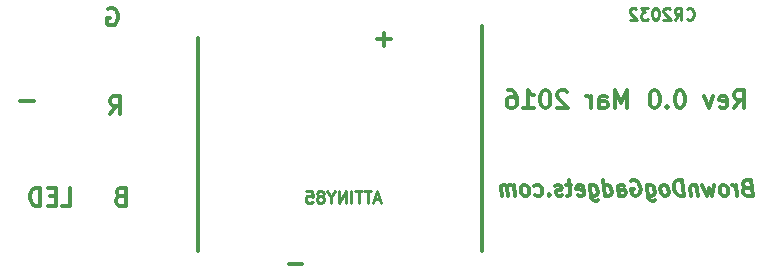
<source format=gbo>
G04 #@! TF.FileFunction,Legend,Bot*
%FSLAX46Y46*%
G04 Gerber Fmt 4.6, Leading zero omitted, Abs format (unit mm)*
G04 Created by KiCad (PCBNEW (2015-08-15 BZR 6092)-product) date 3/13/2016 3:57:28 PM*
%MOMM*%
G01*
G04 APERTURE LIST*
%ADD10C,0.100000*%
%ADD11C,0.300000*%
%ADD12C,0.250000*%
G04 APERTURE END LIST*
D10*
D11*
X113464285Y-53178571D02*
X114178571Y-53178571D01*
X114178571Y-51678571D01*
X112964285Y-52392857D02*
X112464285Y-52392857D01*
X112249999Y-53178571D02*
X112964285Y-53178571D01*
X112964285Y-51678571D01*
X112249999Y-51678571D01*
X111607142Y-53178571D02*
X111607142Y-51678571D01*
X111249999Y-51678571D01*
X111035714Y-51750000D01*
X110892856Y-51892857D01*
X110821428Y-52035714D01*
X110749999Y-52321429D01*
X110749999Y-52535714D01*
X110821428Y-52821429D01*
X110892856Y-52964286D01*
X111035714Y-53107143D01*
X111249999Y-53178571D01*
X111607142Y-53178571D01*
X118392857Y-52392857D02*
X118178571Y-52464286D01*
X118107143Y-52535714D01*
X118035714Y-52678571D01*
X118035714Y-52892857D01*
X118107143Y-53035714D01*
X118178571Y-53107143D01*
X118321429Y-53178571D01*
X118892857Y-53178571D01*
X118892857Y-51678571D01*
X118392857Y-51678571D01*
X118250000Y-51750000D01*
X118178571Y-51821429D01*
X118107143Y-51964286D01*
X118107143Y-52107143D01*
X118178571Y-52250000D01*
X118250000Y-52321429D01*
X118392857Y-52392857D01*
X118892857Y-52392857D01*
X117357143Y-36500000D02*
X117500000Y-36428571D01*
X117714286Y-36428571D01*
X117928571Y-36500000D01*
X118071429Y-36642857D01*
X118142857Y-36785714D01*
X118214286Y-37071429D01*
X118214286Y-37285714D01*
X118142857Y-37571429D01*
X118071429Y-37714286D01*
X117928571Y-37857143D01*
X117714286Y-37928571D01*
X117571429Y-37928571D01*
X117357143Y-37857143D01*
X117285714Y-37785714D01*
X117285714Y-37285714D01*
X117571429Y-37285714D01*
X117535714Y-45428571D02*
X118035714Y-44714286D01*
X118392857Y-45428571D02*
X118392857Y-43928571D01*
X117821429Y-43928571D01*
X117678571Y-44000000D01*
X117607143Y-44071429D01*
X117535714Y-44214286D01*
X117535714Y-44428571D01*
X117607143Y-44571429D01*
X117678571Y-44642857D01*
X117821429Y-44714286D01*
X118392857Y-44714286D01*
X161321427Y-44928571D02*
X161321427Y-43428571D01*
X160821427Y-44500000D01*
X160321427Y-43428571D01*
X160321427Y-44928571D01*
X158964284Y-44928571D02*
X158964284Y-44142857D01*
X159035713Y-44000000D01*
X159178570Y-43928571D01*
X159464284Y-43928571D01*
X159607141Y-44000000D01*
X158964284Y-44857143D02*
X159107141Y-44928571D01*
X159464284Y-44928571D01*
X159607141Y-44857143D01*
X159678570Y-44714286D01*
X159678570Y-44571429D01*
X159607141Y-44428571D01*
X159464284Y-44357143D01*
X159107141Y-44357143D01*
X158964284Y-44285714D01*
X158249998Y-44928571D02*
X158249998Y-43928571D01*
X158249998Y-44214286D02*
X158178570Y-44071429D01*
X158107141Y-44000000D01*
X157964284Y-43928571D01*
X157821427Y-43928571D01*
X156249999Y-43571429D02*
X156178570Y-43500000D01*
X156035713Y-43428571D01*
X155678570Y-43428571D01*
X155535713Y-43500000D01*
X155464284Y-43571429D01*
X155392856Y-43714286D01*
X155392856Y-43857143D01*
X155464284Y-44071429D01*
X156321427Y-44928571D01*
X155392856Y-44928571D01*
X154464285Y-43428571D02*
X154321428Y-43428571D01*
X154178571Y-43500000D01*
X154107142Y-43571429D01*
X154035713Y-43714286D01*
X153964285Y-44000000D01*
X153964285Y-44357143D01*
X154035713Y-44642857D01*
X154107142Y-44785714D01*
X154178571Y-44857143D01*
X154321428Y-44928571D01*
X154464285Y-44928571D01*
X154607142Y-44857143D01*
X154678571Y-44785714D01*
X154749999Y-44642857D01*
X154821428Y-44357143D01*
X154821428Y-44000000D01*
X154749999Y-43714286D01*
X154678571Y-43571429D01*
X154607142Y-43500000D01*
X154464285Y-43428571D01*
X152535714Y-44928571D02*
X153392857Y-44928571D01*
X152964285Y-44928571D02*
X152964285Y-43428571D01*
X153107142Y-43642857D01*
X153250000Y-43785714D01*
X153392857Y-43857143D01*
X151250000Y-43428571D02*
X151535714Y-43428571D01*
X151678571Y-43500000D01*
X151750000Y-43571429D01*
X151892857Y-43785714D01*
X151964286Y-44071429D01*
X151964286Y-44642857D01*
X151892857Y-44785714D01*
X151821429Y-44857143D01*
X151678571Y-44928571D01*
X151392857Y-44928571D01*
X151250000Y-44857143D01*
X151178571Y-44785714D01*
X151107143Y-44642857D01*
X151107143Y-44285714D01*
X151178571Y-44142857D01*
X151250000Y-44071429D01*
X151392857Y-44000000D01*
X151678571Y-44000000D01*
X151821429Y-44071429D01*
X151892857Y-44142857D01*
X151964286Y-44285714D01*
X125000000Y-39000000D02*
X125000000Y-57000000D01*
X149000000Y-57000000D02*
X149000000Y-38000000D01*
X170357142Y-44928571D02*
X170857142Y-44214286D01*
X171214285Y-44928571D02*
X171214285Y-43428571D01*
X170642857Y-43428571D01*
X170499999Y-43500000D01*
X170428571Y-43571429D01*
X170357142Y-43714286D01*
X170357142Y-43928571D01*
X170428571Y-44071429D01*
X170499999Y-44142857D01*
X170642857Y-44214286D01*
X171214285Y-44214286D01*
X169142857Y-44857143D02*
X169285714Y-44928571D01*
X169571428Y-44928571D01*
X169714285Y-44857143D01*
X169785714Y-44714286D01*
X169785714Y-44142857D01*
X169714285Y-44000000D01*
X169571428Y-43928571D01*
X169285714Y-43928571D01*
X169142857Y-44000000D01*
X169071428Y-44142857D01*
X169071428Y-44285714D01*
X169785714Y-44428571D01*
X168571428Y-43928571D02*
X168214285Y-44928571D01*
X167857143Y-43928571D01*
X165857143Y-43428571D02*
X165714286Y-43428571D01*
X165571429Y-43500000D01*
X165500000Y-43571429D01*
X165428571Y-43714286D01*
X165357143Y-44000000D01*
X165357143Y-44357143D01*
X165428571Y-44642857D01*
X165500000Y-44785714D01*
X165571429Y-44857143D01*
X165714286Y-44928571D01*
X165857143Y-44928571D01*
X166000000Y-44857143D01*
X166071429Y-44785714D01*
X166142857Y-44642857D01*
X166214286Y-44357143D01*
X166214286Y-44000000D01*
X166142857Y-43714286D01*
X166071429Y-43571429D01*
X166000000Y-43500000D01*
X165857143Y-43428571D01*
X164714286Y-44785714D02*
X164642858Y-44857143D01*
X164714286Y-44928571D01*
X164785715Y-44857143D01*
X164714286Y-44785714D01*
X164714286Y-44928571D01*
X163714286Y-43428571D02*
X163571429Y-43428571D01*
X163428572Y-43500000D01*
X163357143Y-43571429D01*
X163285714Y-43714286D01*
X163214286Y-44000000D01*
X163214286Y-44357143D01*
X163285714Y-44642857D01*
X163357143Y-44785714D01*
X163428572Y-44857143D01*
X163571429Y-44928571D01*
X163714286Y-44928571D01*
X163857143Y-44857143D01*
X163928572Y-44785714D01*
X164000000Y-44642857D01*
X164071429Y-44357143D01*
X164071429Y-44000000D01*
X164000000Y-43714286D01*
X163928572Y-43571429D01*
X163857143Y-43500000D01*
X163714286Y-43428571D01*
X133821428Y-58107143D02*
X132678571Y-58107143D01*
X141321428Y-39107143D02*
X140178571Y-39107143D01*
X140750000Y-39678571D02*
X140750000Y-38535714D01*
X111071428Y-44357143D02*
X109928571Y-44357143D01*
D12*
X140392857Y-52666667D02*
X139916666Y-52666667D01*
X140488095Y-52952381D02*
X140154762Y-51952381D01*
X139821428Y-52952381D01*
X139630952Y-51952381D02*
X139059523Y-51952381D01*
X139345238Y-52952381D02*
X139345238Y-51952381D01*
X138869047Y-51952381D02*
X138297618Y-51952381D01*
X138583333Y-52952381D02*
X138583333Y-51952381D01*
X137964285Y-52952381D02*
X137964285Y-51952381D01*
X137488095Y-52952381D02*
X137488095Y-51952381D01*
X136916666Y-52952381D01*
X136916666Y-51952381D01*
X136250000Y-52476190D02*
X136250000Y-52952381D01*
X136583333Y-51952381D02*
X136250000Y-52476190D01*
X135916666Y-51952381D01*
X135440476Y-52380952D02*
X135535714Y-52333333D01*
X135583333Y-52285714D01*
X135630952Y-52190476D01*
X135630952Y-52142857D01*
X135583333Y-52047619D01*
X135535714Y-52000000D01*
X135440476Y-51952381D01*
X135249999Y-51952381D01*
X135154761Y-52000000D01*
X135107142Y-52047619D01*
X135059523Y-52142857D01*
X135059523Y-52190476D01*
X135107142Y-52285714D01*
X135154761Y-52333333D01*
X135249999Y-52380952D01*
X135440476Y-52380952D01*
X135535714Y-52428571D01*
X135583333Y-52476190D01*
X135630952Y-52571429D01*
X135630952Y-52761905D01*
X135583333Y-52857143D01*
X135535714Y-52904762D01*
X135440476Y-52952381D01*
X135249999Y-52952381D01*
X135154761Y-52904762D01*
X135107142Y-52857143D01*
X135059523Y-52761905D01*
X135059523Y-52571429D01*
X135107142Y-52476190D01*
X135154761Y-52428571D01*
X135249999Y-52380952D01*
X134154761Y-51952381D02*
X134630952Y-51952381D01*
X134678571Y-52428571D01*
X134630952Y-52380952D01*
X134535714Y-52333333D01*
X134297618Y-52333333D01*
X134202380Y-52380952D01*
X134154761Y-52428571D01*
X134107142Y-52523810D01*
X134107142Y-52761905D01*
X134154761Y-52857143D01*
X134202380Y-52904762D01*
X134297618Y-52952381D01*
X134535714Y-52952381D01*
X134630952Y-52904762D01*
X134678571Y-52857143D01*
X166345238Y-37357143D02*
X166392857Y-37404762D01*
X166535714Y-37452381D01*
X166630952Y-37452381D01*
X166773810Y-37404762D01*
X166869048Y-37309524D01*
X166916667Y-37214286D01*
X166964286Y-37023810D01*
X166964286Y-36880952D01*
X166916667Y-36690476D01*
X166869048Y-36595238D01*
X166773810Y-36500000D01*
X166630952Y-36452381D01*
X166535714Y-36452381D01*
X166392857Y-36500000D01*
X166345238Y-36547619D01*
X165345238Y-37452381D02*
X165678572Y-36976190D01*
X165916667Y-37452381D02*
X165916667Y-36452381D01*
X165535714Y-36452381D01*
X165440476Y-36500000D01*
X165392857Y-36547619D01*
X165345238Y-36642857D01*
X165345238Y-36785714D01*
X165392857Y-36880952D01*
X165440476Y-36928571D01*
X165535714Y-36976190D01*
X165916667Y-36976190D01*
X164964286Y-36547619D02*
X164916667Y-36500000D01*
X164821429Y-36452381D01*
X164583333Y-36452381D01*
X164488095Y-36500000D01*
X164440476Y-36547619D01*
X164392857Y-36642857D01*
X164392857Y-36738095D01*
X164440476Y-36880952D01*
X165011905Y-37452381D01*
X164392857Y-37452381D01*
X163773810Y-36452381D02*
X163678571Y-36452381D01*
X163583333Y-36500000D01*
X163535714Y-36547619D01*
X163488095Y-36642857D01*
X163440476Y-36833333D01*
X163440476Y-37071429D01*
X163488095Y-37261905D01*
X163535714Y-37357143D01*
X163583333Y-37404762D01*
X163678571Y-37452381D01*
X163773810Y-37452381D01*
X163869048Y-37404762D01*
X163916667Y-37357143D01*
X163964286Y-37261905D01*
X164011905Y-37071429D01*
X164011905Y-36833333D01*
X163964286Y-36642857D01*
X163916667Y-36547619D01*
X163869048Y-36500000D01*
X163773810Y-36452381D01*
X163107143Y-36452381D02*
X162488095Y-36452381D01*
X162821429Y-36833333D01*
X162678571Y-36833333D01*
X162583333Y-36880952D01*
X162535714Y-36928571D01*
X162488095Y-37023810D01*
X162488095Y-37261905D01*
X162535714Y-37357143D01*
X162583333Y-37404762D01*
X162678571Y-37452381D01*
X162964286Y-37452381D01*
X163059524Y-37404762D01*
X163107143Y-37357143D01*
X162107143Y-36547619D02*
X162059524Y-36500000D01*
X161964286Y-36452381D01*
X161726190Y-36452381D01*
X161630952Y-36500000D01*
X161583333Y-36547619D01*
X161535714Y-36642857D01*
X161535714Y-36738095D01*
X161583333Y-36880952D01*
X162154762Y-37452381D01*
X161535714Y-37452381D01*
D11*
X171421725Y-51657143D02*
X171243749Y-51719048D01*
X171189582Y-51780952D01*
X171143153Y-51904762D01*
X171166367Y-52090476D01*
X171243749Y-52214286D01*
X171313392Y-52276190D01*
X171444939Y-52338095D01*
X171940177Y-52338095D01*
X171777677Y-51038095D01*
X171344344Y-51038095D01*
X171228272Y-51100000D01*
X171174106Y-51161905D01*
X171127677Y-51285714D01*
X171143153Y-51409524D01*
X171220535Y-51533333D01*
X171290177Y-51595238D01*
X171421725Y-51657143D01*
X171855058Y-51657143D01*
X170640177Y-52338095D02*
X170531844Y-51471429D01*
X170562796Y-51719048D02*
X170485415Y-51595238D01*
X170415773Y-51533333D01*
X170284225Y-51471429D01*
X170160416Y-51471429D01*
X169649701Y-52338095D02*
X169765772Y-52276190D01*
X169819939Y-52214286D01*
X169866367Y-52090476D01*
X169819939Y-51719048D01*
X169742558Y-51595238D01*
X169672915Y-51533333D01*
X169541368Y-51471429D01*
X169355654Y-51471429D01*
X169239582Y-51533333D01*
X169185415Y-51595238D01*
X169138987Y-51719048D01*
X169185415Y-52090476D01*
X169262796Y-52214286D01*
X169332439Y-52276190D01*
X169463987Y-52338095D01*
X169649701Y-52338095D01*
X168674702Y-51471429D02*
X168535416Y-52338095D01*
X168210416Y-51719048D01*
X168040178Y-52338095D01*
X167684226Y-51471429D01*
X167188987Y-51471429D02*
X167297320Y-52338095D01*
X167204463Y-51595238D02*
X167134820Y-51533333D01*
X167003273Y-51471429D01*
X166817559Y-51471429D01*
X166701487Y-51533333D01*
X166655058Y-51657143D01*
X166740177Y-52338095D01*
X166121130Y-52338095D02*
X165958630Y-51038095D01*
X165649106Y-51038095D01*
X165471130Y-51100000D01*
X165362797Y-51223810D01*
X165316368Y-51347619D01*
X165285416Y-51595238D01*
X165308630Y-51780952D01*
X165401487Y-52028571D01*
X165478869Y-52152381D01*
X165618154Y-52276190D01*
X165811606Y-52338095D01*
X166121130Y-52338095D01*
X164635416Y-52338095D02*
X164751487Y-52276190D01*
X164805654Y-52214286D01*
X164852082Y-52090476D01*
X164805654Y-51719048D01*
X164728273Y-51595238D01*
X164658630Y-51533333D01*
X164527083Y-51471429D01*
X164341369Y-51471429D01*
X164225297Y-51533333D01*
X164171130Y-51595238D01*
X164124702Y-51719048D01*
X164171130Y-52090476D01*
X164248511Y-52214286D01*
X164318154Y-52276190D01*
X164449702Y-52338095D01*
X164635416Y-52338095D01*
X162979464Y-51471429D02*
X163111011Y-52523810D01*
X163188392Y-52647619D01*
X163258036Y-52709524D01*
X163389583Y-52771429D01*
X163575298Y-52771429D01*
X163691369Y-52709524D01*
X163080059Y-52276190D02*
X163211607Y-52338095D01*
X163459226Y-52338095D01*
X163575297Y-52276190D01*
X163629464Y-52214286D01*
X163675892Y-52090476D01*
X163629464Y-51719048D01*
X163552083Y-51595238D01*
X163482440Y-51533333D01*
X163350893Y-51471429D01*
X163103274Y-51471429D01*
X162987202Y-51533333D01*
X161633036Y-51100000D02*
X161749107Y-51038095D01*
X161934822Y-51038095D01*
X162128274Y-51100000D01*
X162267559Y-51223810D01*
X162344940Y-51347619D01*
X162437798Y-51595238D01*
X162461012Y-51780952D01*
X162430059Y-52028571D01*
X162383631Y-52152381D01*
X162275298Y-52276190D01*
X162097322Y-52338095D01*
X161973512Y-52338095D01*
X161780060Y-52276190D01*
X161710417Y-52214286D01*
X161656250Y-51780952D01*
X161903869Y-51780952D01*
X160611607Y-52338095D02*
X160526488Y-51657143D01*
X160572917Y-51533333D01*
X160688989Y-51471429D01*
X160936608Y-51471429D01*
X161068155Y-51533333D01*
X160603869Y-52276190D02*
X160735417Y-52338095D01*
X161044941Y-52338095D01*
X161161012Y-52276190D01*
X161207441Y-52152381D01*
X161191964Y-52028571D01*
X161114583Y-51904762D01*
X160983036Y-51842857D01*
X160673512Y-51842857D01*
X160541964Y-51780952D01*
X159435417Y-52338095D02*
X159272917Y-51038095D01*
X159427679Y-52276190D02*
X159559227Y-52338095D01*
X159806846Y-52338095D01*
X159922917Y-52276190D01*
X159977084Y-52214286D01*
X160023512Y-52090476D01*
X159977084Y-51719048D01*
X159899703Y-51595238D01*
X159830060Y-51533333D01*
X159698513Y-51471429D01*
X159450894Y-51471429D01*
X159334822Y-51533333D01*
X158150894Y-51471429D02*
X158282441Y-52523810D01*
X158359822Y-52647619D01*
X158429466Y-52709524D01*
X158561013Y-52771429D01*
X158746728Y-52771429D01*
X158862799Y-52709524D01*
X158251489Y-52276190D02*
X158383037Y-52338095D01*
X158630656Y-52338095D01*
X158746727Y-52276190D01*
X158800894Y-52214286D01*
X158847322Y-52090476D01*
X158800894Y-51719048D01*
X158723513Y-51595238D01*
X158653870Y-51533333D01*
X158522323Y-51471429D01*
X158274704Y-51471429D01*
X158158632Y-51533333D01*
X157137204Y-52276190D02*
X157268752Y-52338095D01*
X157516371Y-52338095D01*
X157632442Y-52276190D01*
X157678871Y-52152381D01*
X157616966Y-51657143D01*
X157539585Y-51533333D01*
X157408038Y-51471429D01*
X157160419Y-51471429D01*
X157044347Y-51533333D01*
X156997918Y-51657143D01*
X157013394Y-51780952D01*
X157647918Y-51904762D01*
X156603275Y-51471429D02*
X156108037Y-51471429D01*
X156363394Y-51038095D02*
X156502680Y-52152381D01*
X156456251Y-52276190D01*
X156340180Y-52338095D01*
X156216370Y-52338095D01*
X155837204Y-52276190D02*
X155721132Y-52338095D01*
X155473513Y-52338095D01*
X155341966Y-52276190D01*
X155264585Y-52152381D01*
X155256846Y-52090476D01*
X155303275Y-51966667D01*
X155419346Y-51904762D01*
X155605061Y-51904762D01*
X155721132Y-51842857D01*
X155767561Y-51719048D01*
X155759823Y-51657143D01*
X155682442Y-51533333D01*
X155550895Y-51471429D01*
X155365180Y-51471429D01*
X155249109Y-51533333D01*
X154715180Y-52214286D02*
X154661013Y-52276190D01*
X154730656Y-52338095D01*
X154784823Y-52276190D01*
X154715180Y-52214286D01*
X154730656Y-52338095D01*
X153546727Y-52276190D02*
X153678275Y-52338095D01*
X153925894Y-52338095D01*
X154041965Y-52276190D01*
X154096132Y-52214286D01*
X154142560Y-52090476D01*
X154096132Y-51719048D01*
X154018751Y-51595238D01*
X153949108Y-51533333D01*
X153817561Y-51471429D01*
X153569942Y-51471429D01*
X153453870Y-51533333D01*
X152811608Y-52338095D02*
X152927679Y-52276190D01*
X152981846Y-52214286D01*
X153028274Y-52090476D01*
X152981846Y-51719048D01*
X152904465Y-51595238D01*
X152834822Y-51533333D01*
X152703275Y-51471429D01*
X152517561Y-51471429D01*
X152401489Y-51533333D01*
X152347322Y-51595238D01*
X152300894Y-51719048D01*
X152347322Y-52090476D01*
X152424703Y-52214286D01*
X152494346Y-52276190D01*
X152625894Y-52338095D01*
X152811608Y-52338095D01*
X151821132Y-52338095D02*
X151712799Y-51471429D01*
X151728275Y-51595238D02*
X151658632Y-51533333D01*
X151527085Y-51471429D01*
X151341371Y-51471429D01*
X151225299Y-51533333D01*
X151178870Y-51657143D01*
X151263989Y-52338095D01*
X151178870Y-51657143D02*
X151101490Y-51533333D01*
X150969942Y-51471429D01*
X150784228Y-51471429D01*
X150668156Y-51533333D01*
X150621727Y-51657143D01*
X150706846Y-52338095D01*
M02*

</source>
